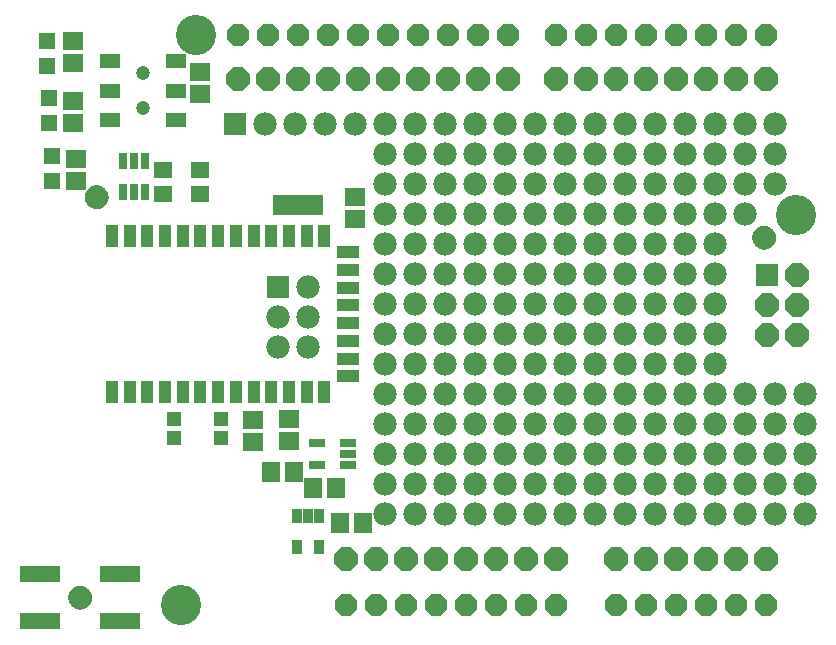
<source format=gbr>
G04 EAGLE Gerber RS-274X export*
G75*
%MOMM*%
%FSLAX34Y34*%
%LPD*%
%INSoldermask Top*%
%IPPOS*%
%AMOC8*
5,1,8,0,0,1.08239X$1,22.5*%
G01*
%ADD10C,3.403200*%
%ADD11R,1.103200X1.953200*%
%ADD12R,1.953200X1.103200*%
%ADD13R,1.703200X1.503200*%
%ADD14R,1.403200X0.753200*%
%ADD15R,1.203200X1.203200*%
%ADD16R,1.403200X1.403200*%
%ADD17R,1.503200X1.703200*%
%ADD18C,1.203200*%
%ADD19C,0.500000*%
%ADD20C,1.981200*%
%ADD21R,1.981200X1.981200*%
%ADD22R,4.200000X1.800000*%
%ADD23R,0.753200X1.403200*%
%ADD24R,1.503200X1.403200*%
%ADD25P,2.034460X8X22.500000*%
%ADD26P,2.144431X8X22.500000*%
%ADD27R,1.703200X1.203200*%
%ADD28P,2.144431X8X112.500000*%
%ADD29P,2.144431X8X292.500000*%
%ADD30R,3.403200X1.403200*%
%ADD31R,0.893200X1.193200*%


D10*
X660400Y355600D03*
X152400Y508000D03*
X139700Y25400D03*
D11*
X81470Y205780D03*
X96470Y205780D03*
X111470Y205780D03*
X126470Y205780D03*
X141470Y205780D03*
X156470Y205780D03*
X171470Y205780D03*
X186470Y205780D03*
X201470Y205780D03*
X216470Y205780D03*
X231470Y205780D03*
X246470Y205780D03*
X261470Y205780D03*
D12*
X280970Y219280D03*
X280970Y234280D03*
X280970Y249280D03*
X280970Y264280D03*
X280970Y279280D03*
X280970Y294280D03*
X280970Y309280D03*
X280970Y324280D03*
D11*
X261470Y337780D03*
X246470Y337780D03*
X231470Y337780D03*
X216470Y337780D03*
X201470Y337780D03*
X186470Y337780D03*
X171470Y337780D03*
X156470Y337780D03*
X141470Y337780D03*
X126470Y337780D03*
X111470Y337780D03*
X96470Y337780D03*
X81470Y337780D03*
D13*
X231140Y164490D03*
X231140Y183490D03*
D14*
X280971Y144170D03*
X280971Y153670D03*
X280971Y163170D03*
X254969Y163170D03*
X254969Y144170D03*
D15*
X133670Y167260D03*
X133670Y183260D03*
X173670Y183260D03*
X173670Y167260D03*
D16*
X30480Y384470D03*
X30480Y405470D03*
D13*
X50800Y403200D03*
X50800Y384200D03*
X200660Y182220D03*
X200660Y163220D03*
D17*
X235560Y138430D03*
X216560Y138430D03*
X293980Y95250D03*
X274980Y95250D03*
D18*
X54610Y31750D03*
D19*
X54610Y39250D02*
X54429Y39248D01*
X54248Y39241D01*
X54067Y39230D01*
X53886Y39215D01*
X53706Y39195D01*
X53526Y39171D01*
X53347Y39143D01*
X53169Y39110D01*
X52992Y39073D01*
X52815Y39032D01*
X52640Y38987D01*
X52465Y38937D01*
X52292Y38883D01*
X52121Y38825D01*
X51950Y38763D01*
X51782Y38696D01*
X51615Y38626D01*
X51449Y38552D01*
X51286Y38473D01*
X51125Y38391D01*
X50965Y38305D01*
X50808Y38215D01*
X50653Y38121D01*
X50500Y38024D01*
X50350Y37922D01*
X50202Y37818D01*
X50056Y37709D01*
X49914Y37598D01*
X49774Y37482D01*
X49637Y37364D01*
X49502Y37242D01*
X49371Y37117D01*
X49243Y36989D01*
X49118Y36858D01*
X48996Y36723D01*
X48878Y36586D01*
X48762Y36446D01*
X48651Y36304D01*
X48542Y36158D01*
X48438Y36010D01*
X48336Y35860D01*
X48239Y35707D01*
X48145Y35552D01*
X48055Y35395D01*
X47969Y35235D01*
X47887Y35074D01*
X47808Y34911D01*
X47734Y34745D01*
X47664Y34578D01*
X47597Y34410D01*
X47535Y34239D01*
X47477Y34068D01*
X47423Y33895D01*
X47373Y33720D01*
X47328Y33545D01*
X47287Y33368D01*
X47250Y33191D01*
X47217Y33013D01*
X47189Y32834D01*
X47165Y32654D01*
X47145Y32474D01*
X47130Y32293D01*
X47119Y32112D01*
X47112Y31931D01*
X47110Y31750D01*
X54610Y39250D02*
X54791Y39248D01*
X54972Y39241D01*
X55153Y39230D01*
X55334Y39215D01*
X55514Y39195D01*
X55694Y39171D01*
X55873Y39143D01*
X56051Y39110D01*
X56228Y39073D01*
X56405Y39032D01*
X56580Y38987D01*
X56755Y38937D01*
X56928Y38883D01*
X57099Y38825D01*
X57270Y38763D01*
X57438Y38696D01*
X57605Y38626D01*
X57771Y38552D01*
X57934Y38473D01*
X58095Y38391D01*
X58255Y38305D01*
X58412Y38215D01*
X58567Y38121D01*
X58720Y38024D01*
X58870Y37922D01*
X59018Y37818D01*
X59164Y37709D01*
X59306Y37598D01*
X59446Y37482D01*
X59583Y37364D01*
X59718Y37242D01*
X59849Y37117D01*
X59977Y36989D01*
X60102Y36858D01*
X60224Y36723D01*
X60342Y36586D01*
X60458Y36446D01*
X60569Y36304D01*
X60678Y36158D01*
X60782Y36010D01*
X60884Y35860D01*
X60981Y35707D01*
X61075Y35552D01*
X61165Y35395D01*
X61251Y35235D01*
X61333Y35074D01*
X61412Y34911D01*
X61486Y34745D01*
X61556Y34578D01*
X61623Y34410D01*
X61685Y34239D01*
X61743Y34068D01*
X61797Y33895D01*
X61847Y33720D01*
X61892Y33545D01*
X61933Y33368D01*
X61970Y33191D01*
X62003Y33013D01*
X62031Y32834D01*
X62055Y32654D01*
X62075Y32474D01*
X62090Y32293D01*
X62101Y32112D01*
X62108Y31931D01*
X62110Y31750D01*
X62108Y31569D01*
X62101Y31388D01*
X62090Y31207D01*
X62075Y31026D01*
X62055Y30846D01*
X62031Y30666D01*
X62003Y30487D01*
X61970Y30309D01*
X61933Y30132D01*
X61892Y29955D01*
X61847Y29780D01*
X61797Y29605D01*
X61743Y29432D01*
X61685Y29261D01*
X61623Y29090D01*
X61556Y28922D01*
X61486Y28755D01*
X61412Y28589D01*
X61333Y28426D01*
X61251Y28265D01*
X61165Y28105D01*
X61075Y27948D01*
X60981Y27793D01*
X60884Y27640D01*
X60782Y27490D01*
X60678Y27342D01*
X60569Y27196D01*
X60458Y27054D01*
X60342Y26914D01*
X60224Y26777D01*
X60102Y26642D01*
X59977Y26511D01*
X59849Y26383D01*
X59718Y26258D01*
X59583Y26136D01*
X59446Y26018D01*
X59306Y25902D01*
X59164Y25791D01*
X59018Y25682D01*
X58870Y25578D01*
X58720Y25476D01*
X58567Y25379D01*
X58412Y25285D01*
X58255Y25195D01*
X58095Y25109D01*
X57934Y25027D01*
X57771Y24948D01*
X57605Y24874D01*
X57438Y24804D01*
X57270Y24737D01*
X57099Y24675D01*
X56928Y24617D01*
X56755Y24563D01*
X56580Y24513D01*
X56405Y24468D01*
X56228Y24427D01*
X56051Y24390D01*
X55873Y24357D01*
X55694Y24329D01*
X55514Y24305D01*
X55334Y24285D01*
X55153Y24270D01*
X54972Y24259D01*
X54791Y24252D01*
X54610Y24250D01*
X54429Y24252D01*
X54248Y24259D01*
X54067Y24270D01*
X53886Y24285D01*
X53706Y24305D01*
X53526Y24329D01*
X53347Y24357D01*
X53169Y24390D01*
X52992Y24427D01*
X52815Y24468D01*
X52640Y24513D01*
X52465Y24563D01*
X52292Y24617D01*
X52121Y24675D01*
X51950Y24737D01*
X51782Y24804D01*
X51615Y24874D01*
X51449Y24948D01*
X51286Y25027D01*
X51125Y25109D01*
X50965Y25195D01*
X50808Y25285D01*
X50653Y25379D01*
X50500Y25476D01*
X50350Y25578D01*
X50202Y25682D01*
X50056Y25791D01*
X49914Y25902D01*
X49774Y26018D01*
X49637Y26136D01*
X49502Y26258D01*
X49371Y26383D01*
X49243Y26511D01*
X49118Y26642D01*
X48996Y26777D01*
X48878Y26914D01*
X48762Y27054D01*
X48651Y27196D01*
X48542Y27342D01*
X48438Y27490D01*
X48336Y27640D01*
X48239Y27793D01*
X48145Y27948D01*
X48055Y28105D01*
X47969Y28265D01*
X47887Y28426D01*
X47808Y28589D01*
X47734Y28755D01*
X47664Y28922D01*
X47597Y29090D01*
X47535Y29261D01*
X47477Y29432D01*
X47423Y29605D01*
X47373Y29780D01*
X47328Y29955D01*
X47287Y30132D01*
X47250Y30309D01*
X47217Y30487D01*
X47189Y30666D01*
X47165Y30846D01*
X47145Y31026D01*
X47130Y31207D01*
X47119Y31388D01*
X47112Y31569D01*
X47110Y31750D01*
D18*
X633730Y336550D03*
D19*
X633730Y344050D02*
X633549Y344048D01*
X633368Y344041D01*
X633187Y344030D01*
X633006Y344015D01*
X632826Y343995D01*
X632646Y343971D01*
X632467Y343943D01*
X632289Y343910D01*
X632112Y343873D01*
X631935Y343832D01*
X631760Y343787D01*
X631585Y343737D01*
X631412Y343683D01*
X631241Y343625D01*
X631070Y343563D01*
X630902Y343496D01*
X630735Y343426D01*
X630569Y343352D01*
X630406Y343273D01*
X630245Y343191D01*
X630085Y343105D01*
X629928Y343015D01*
X629773Y342921D01*
X629620Y342824D01*
X629470Y342722D01*
X629322Y342618D01*
X629176Y342509D01*
X629034Y342398D01*
X628894Y342282D01*
X628757Y342164D01*
X628622Y342042D01*
X628491Y341917D01*
X628363Y341789D01*
X628238Y341658D01*
X628116Y341523D01*
X627998Y341386D01*
X627882Y341246D01*
X627771Y341104D01*
X627662Y340958D01*
X627558Y340810D01*
X627456Y340660D01*
X627359Y340507D01*
X627265Y340352D01*
X627175Y340195D01*
X627089Y340035D01*
X627007Y339874D01*
X626928Y339711D01*
X626854Y339545D01*
X626784Y339378D01*
X626717Y339210D01*
X626655Y339039D01*
X626597Y338868D01*
X626543Y338695D01*
X626493Y338520D01*
X626448Y338345D01*
X626407Y338168D01*
X626370Y337991D01*
X626337Y337813D01*
X626309Y337634D01*
X626285Y337454D01*
X626265Y337274D01*
X626250Y337093D01*
X626239Y336912D01*
X626232Y336731D01*
X626230Y336550D01*
X633730Y344050D02*
X633911Y344048D01*
X634092Y344041D01*
X634273Y344030D01*
X634454Y344015D01*
X634634Y343995D01*
X634814Y343971D01*
X634993Y343943D01*
X635171Y343910D01*
X635348Y343873D01*
X635525Y343832D01*
X635700Y343787D01*
X635875Y343737D01*
X636048Y343683D01*
X636219Y343625D01*
X636390Y343563D01*
X636558Y343496D01*
X636725Y343426D01*
X636891Y343352D01*
X637054Y343273D01*
X637215Y343191D01*
X637375Y343105D01*
X637532Y343015D01*
X637687Y342921D01*
X637840Y342824D01*
X637990Y342722D01*
X638138Y342618D01*
X638284Y342509D01*
X638426Y342398D01*
X638566Y342282D01*
X638703Y342164D01*
X638838Y342042D01*
X638969Y341917D01*
X639097Y341789D01*
X639222Y341658D01*
X639344Y341523D01*
X639462Y341386D01*
X639578Y341246D01*
X639689Y341104D01*
X639798Y340958D01*
X639902Y340810D01*
X640004Y340660D01*
X640101Y340507D01*
X640195Y340352D01*
X640285Y340195D01*
X640371Y340035D01*
X640453Y339874D01*
X640532Y339711D01*
X640606Y339545D01*
X640676Y339378D01*
X640743Y339210D01*
X640805Y339039D01*
X640863Y338868D01*
X640917Y338695D01*
X640967Y338520D01*
X641012Y338345D01*
X641053Y338168D01*
X641090Y337991D01*
X641123Y337813D01*
X641151Y337634D01*
X641175Y337454D01*
X641195Y337274D01*
X641210Y337093D01*
X641221Y336912D01*
X641228Y336731D01*
X641230Y336550D01*
X641228Y336369D01*
X641221Y336188D01*
X641210Y336007D01*
X641195Y335826D01*
X641175Y335646D01*
X641151Y335466D01*
X641123Y335287D01*
X641090Y335109D01*
X641053Y334932D01*
X641012Y334755D01*
X640967Y334580D01*
X640917Y334405D01*
X640863Y334232D01*
X640805Y334061D01*
X640743Y333890D01*
X640676Y333722D01*
X640606Y333555D01*
X640532Y333389D01*
X640453Y333226D01*
X640371Y333065D01*
X640285Y332905D01*
X640195Y332748D01*
X640101Y332593D01*
X640004Y332440D01*
X639902Y332290D01*
X639798Y332142D01*
X639689Y331996D01*
X639578Y331854D01*
X639462Y331714D01*
X639344Y331577D01*
X639222Y331442D01*
X639097Y331311D01*
X638969Y331183D01*
X638838Y331058D01*
X638703Y330936D01*
X638566Y330818D01*
X638426Y330702D01*
X638284Y330591D01*
X638138Y330482D01*
X637990Y330378D01*
X637840Y330276D01*
X637687Y330179D01*
X637532Y330085D01*
X637375Y329995D01*
X637215Y329909D01*
X637054Y329827D01*
X636891Y329748D01*
X636725Y329674D01*
X636558Y329604D01*
X636390Y329537D01*
X636219Y329475D01*
X636048Y329417D01*
X635875Y329363D01*
X635700Y329313D01*
X635525Y329268D01*
X635348Y329227D01*
X635171Y329190D01*
X634993Y329157D01*
X634814Y329129D01*
X634634Y329105D01*
X634454Y329085D01*
X634273Y329070D01*
X634092Y329059D01*
X633911Y329052D01*
X633730Y329050D01*
X633549Y329052D01*
X633368Y329059D01*
X633187Y329070D01*
X633006Y329085D01*
X632826Y329105D01*
X632646Y329129D01*
X632467Y329157D01*
X632289Y329190D01*
X632112Y329227D01*
X631935Y329268D01*
X631760Y329313D01*
X631585Y329363D01*
X631412Y329417D01*
X631241Y329475D01*
X631070Y329537D01*
X630902Y329604D01*
X630735Y329674D01*
X630569Y329748D01*
X630406Y329827D01*
X630245Y329909D01*
X630085Y329995D01*
X629928Y330085D01*
X629773Y330179D01*
X629620Y330276D01*
X629470Y330378D01*
X629322Y330482D01*
X629176Y330591D01*
X629034Y330702D01*
X628894Y330818D01*
X628757Y330936D01*
X628622Y331058D01*
X628491Y331183D01*
X628363Y331311D01*
X628238Y331442D01*
X628116Y331577D01*
X627998Y331714D01*
X627882Y331854D01*
X627771Y331996D01*
X627662Y332142D01*
X627558Y332290D01*
X627456Y332440D01*
X627359Y332593D01*
X627265Y332748D01*
X627175Y332905D01*
X627089Y333065D01*
X627007Y333226D01*
X626928Y333389D01*
X626854Y333555D01*
X626784Y333722D01*
X626717Y333890D01*
X626655Y334061D01*
X626597Y334232D01*
X626543Y334405D01*
X626493Y334580D01*
X626448Y334755D01*
X626407Y334932D01*
X626370Y335109D01*
X626337Y335287D01*
X626309Y335466D01*
X626285Y335646D01*
X626265Y335826D01*
X626250Y336007D01*
X626239Y336188D01*
X626232Y336369D01*
X626230Y336550D01*
D18*
X68580Y370840D03*
D19*
X68580Y378340D02*
X68399Y378338D01*
X68218Y378331D01*
X68037Y378320D01*
X67856Y378305D01*
X67676Y378285D01*
X67496Y378261D01*
X67317Y378233D01*
X67139Y378200D01*
X66962Y378163D01*
X66785Y378122D01*
X66610Y378077D01*
X66435Y378027D01*
X66262Y377973D01*
X66091Y377915D01*
X65920Y377853D01*
X65752Y377786D01*
X65585Y377716D01*
X65419Y377642D01*
X65256Y377563D01*
X65095Y377481D01*
X64935Y377395D01*
X64778Y377305D01*
X64623Y377211D01*
X64470Y377114D01*
X64320Y377012D01*
X64172Y376908D01*
X64026Y376799D01*
X63884Y376688D01*
X63744Y376572D01*
X63607Y376454D01*
X63472Y376332D01*
X63341Y376207D01*
X63213Y376079D01*
X63088Y375948D01*
X62966Y375813D01*
X62848Y375676D01*
X62732Y375536D01*
X62621Y375394D01*
X62512Y375248D01*
X62408Y375100D01*
X62306Y374950D01*
X62209Y374797D01*
X62115Y374642D01*
X62025Y374485D01*
X61939Y374325D01*
X61857Y374164D01*
X61778Y374001D01*
X61704Y373835D01*
X61634Y373668D01*
X61567Y373500D01*
X61505Y373329D01*
X61447Y373158D01*
X61393Y372985D01*
X61343Y372810D01*
X61298Y372635D01*
X61257Y372458D01*
X61220Y372281D01*
X61187Y372103D01*
X61159Y371924D01*
X61135Y371744D01*
X61115Y371564D01*
X61100Y371383D01*
X61089Y371202D01*
X61082Y371021D01*
X61080Y370840D01*
X68580Y378340D02*
X68761Y378338D01*
X68942Y378331D01*
X69123Y378320D01*
X69304Y378305D01*
X69484Y378285D01*
X69664Y378261D01*
X69843Y378233D01*
X70021Y378200D01*
X70198Y378163D01*
X70375Y378122D01*
X70550Y378077D01*
X70725Y378027D01*
X70898Y377973D01*
X71069Y377915D01*
X71240Y377853D01*
X71408Y377786D01*
X71575Y377716D01*
X71741Y377642D01*
X71904Y377563D01*
X72065Y377481D01*
X72225Y377395D01*
X72382Y377305D01*
X72537Y377211D01*
X72690Y377114D01*
X72840Y377012D01*
X72988Y376908D01*
X73134Y376799D01*
X73276Y376688D01*
X73416Y376572D01*
X73553Y376454D01*
X73688Y376332D01*
X73819Y376207D01*
X73947Y376079D01*
X74072Y375948D01*
X74194Y375813D01*
X74312Y375676D01*
X74428Y375536D01*
X74539Y375394D01*
X74648Y375248D01*
X74752Y375100D01*
X74854Y374950D01*
X74951Y374797D01*
X75045Y374642D01*
X75135Y374485D01*
X75221Y374325D01*
X75303Y374164D01*
X75382Y374001D01*
X75456Y373835D01*
X75526Y373668D01*
X75593Y373500D01*
X75655Y373329D01*
X75713Y373158D01*
X75767Y372985D01*
X75817Y372810D01*
X75862Y372635D01*
X75903Y372458D01*
X75940Y372281D01*
X75973Y372103D01*
X76001Y371924D01*
X76025Y371744D01*
X76045Y371564D01*
X76060Y371383D01*
X76071Y371202D01*
X76078Y371021D01*
X76080Y370840D01*
X76078Y370659D01*
X76071Y370478D01*
X76060Y370297D01*
X76045Y370116D01*
X76025Y369936D01*
X76001Y369756D01*
X75973Y369577D01*
X75940Y369399D01*
X75903Y369222D01*
X75862Y369045D01*
X75817Y368870D01*
X75767Y368695D01*
X75713Y368522D01*
X75655Y368351D01*
X75593Y368180D01*
X75526Y368012D01*
X75456Y367845D01*
X75382Y367679D01*
X75303Y367516D01*
X75221Y367355D01*
X75135Y367195D01*
X75045Y367038D01*
X74951Y366883D01*
X74854Y366730D01*
X74752Y366580D01*
X74648Y366432D01*
X74539Y366286D01*
X74428Y366144D01*
X74312Y366004D01*
X74194Y365867D01*
X74072Y365732D01*
X73947Y365601D01*
X73819Y365473D01*
X73688Y365348D01*
X73553Y365226D01*
X73416Y365108D01*
X73276Y364992D01*
X73134Y364881D01*
X72988Y364772D01*
X72840Y364668D01*
X72690Y364566D01*
X72537Y364469D01*
X72382Y364375D01*
X72225Y364285D01*
X72065Y364199D01*
X71904Y364117D01*
X71741Y364038D01*
X71575Y363964D01*
X71408Y363894D01*
X71240Y363827D01*
X71069Y363765D01*
X70898Y363707D01*
X70725Y363653D01*
X70550Y363603D01*
X70375Y363558D01*
X70198Y363517D01*
X70021Y363480D01*
X69843Y363447D01*
X69664Y363419D01*
X69484Y363395D01*
X69304Y363375D01*
X69123Y363360D01*
X68942Y363349D01*
X68761Y363342D01*
X68580Y363340D01*
X68399Y363342D01*
X68218Y363349D01*
X68037Y363360D01*
X67856Y363375D01*
X67676Y363395D01*
X67496Y363419D01*
X67317Y363447D01*
X67139Y363480D01*
X66962Y363517D01*
X66785Y363558D01*
X66610Y363603D01*
X66435Y363653D01*
X66262Y363707D01*
X66091Y363765D01*
X65920Y363827D01*
X65752Y363894D01*
X65585Y363964D01*
X65419Y364038D01*
X65256Y364117D01*
X65095Y364199D01*
X64935Y364285D01*
X64778Y364375D01*
X64623Y364469D01*
X64470Y364566D01*
X64320Y364668D01*
X64172Y364772D01*
X64026Y364881D01*
X63884Y364992D01*
X63744Y365108D01*
X63607Y365226D01*
X63472Y365348D01*
X63341Y365473D01*
X63213Y365601D01*
X63088Y365732D01*
X62966Y365867D01*
X62848Y366004D01*
X62732Y366144D01*
X62621Y366286D01*
X62512Y366432D01*
X62408Y366580D01*
X62306Y366730D01*
X62209Y366883D01*
X62115Y367038D01*
X62025Y367195D01*
X61939Y367355D01*
X61857Y367516D01*
X61778Y367679D01*
X61704Y367845D01*
X61634Y368012D01*
X61567Y368180D01*
X61505Y368351D01*
X61447Y368522D01*
X61393Y368695D01*
X61343Y368870D01*
X61298Y369045D01*
X61257Y369222D01*
X61220Y369399D01*
X61187Y369577D01*
X61159Y369756D01*
X61135Y369936D01*
X61115Y370116D01*
X61100Y370297D01*
X61089Y370478D01*
X61082Y370659D01*
X61080Y370840D01*
D13*
X48260Y433730D03*
X48260Y452730D03*
D16*
X27940Y455000D03*
X27940Y434000D03*
D13*
X48260Y503530D03*
X48260Y484530D03*
D16*
X26670Y482260D03*
X26670Y503260D03*
D20*
X247650Y294640D03*
X247650Y269240D03*
X247650Y243840D03*
D21*
X222250Y294640D03*
D20*
X222250Y269240D03*
X222250Y243840D03*
D22*
X238760Y364490D03*
D23*
X90830Y375620D03*
X100330Y375620D03*
X109830Y375620D03*
X109830Y401620D03*
X100330Y401620D03*
X90830Y401620D03*
D24*
X124460Y393700D03*
X124460Y373380D03*
D25*
X533400Y508000D03*
X508000Y25400D03*
X558800Y508000D03*
X584200Y508000D03*
X609600Y508000D03*
X635000Y508000D03*
X508000Y508000D03*
X482600Y508000D03*
X457200Y508000D03*
X416560Y508000D03*
X391160Y508000D03*
X365760Y508000D03*
X340360Y508000D03*
X314960Y508000D03*
X289560Y508000D03*
X264160Y508000D03*
X238760Y508000D03*
X533400Y25400D03*
X558800Y25400D03*
X584200Y25400D03*
X609600Y25400D03*
X635000Y25400D03*
X457200Y25400D03*
X431800Y25400D03*
X406400Y25400D03*
X381000Y25400D03*
X355600Y25400D03*
X330200Y25400D03*
X213360Y508000D03*
X187960Y508000D03*
X304800Y25400D03*
X279400Y25400D03*
D26*
X661670Y279400D03*
X636270Y279400D03*
D21*
X636270Y304800D03*
D26*
X661670Y304800D03*
X661670Y254000D03*
X636270Y254000D03*
D13*
X287020Y352450D03*
X287020Y371450D03*
D27*
X79950Y436010D03*
X79950Y461010D03*
X79950Y486010D03*
X135950Y486010D03*
X135950Y461010D03*
X135950Y436010D03*
D18*
X107950Y476010D03*
X107950Y446010D03*
D24*
X156210Y373380D03*
X156210Y393700D03*
D28*
X457200Y471170D03*
X482600Y471170D03*
X508000Y471170D03*
X533400Y471170D03*
X558800Y471170D03*
X584200Y471170D03*
X609600Y471170D03*
X635000Y471170D03*
D29*
X457200Y64770D03*
X431800Y64770D03*
X406400Y64770D03*
X381000Y64770D03*
X355600Y64770D03*
X330200Y64770D03*
X304800Y64770D03*
X279400Y64770D03*
X635000Y64770D03*
X609600Y64770D03*
X584200Y64770D03*
X558800Y64770D03*
X533400Y64770D03*
X508000Y64770D03*
D28*
X187960Y471170D03*
X213360Y471170D03*
X238760Y471170D03*
X264160Y471170D03*
X289560Y471170D03*
X314960Y471170D03*
X340360Y471170D03*
X365760Y471170D03*
X391160Y471170D03*
X416560Y471170D03*
D21*
X185420Y433070D03*
D20*
X210820Y433070D03*
X236220Y433070D03*
X261620Y433070D03*
X287020Y433070D03*
D30*
X88610Y11750D03*
X20610Y11750D03*
X20610Y51750D03*
X88610Y51750D03*
D17*
X271120Y124460D03*
X252120Y124460D03*
D13*
X156210Y457860D03*
X156210Y476860D03*
D31*
X257150Y100530D03*
X247650Y100530D03*
X238150Y100530D03*
X238150Y74630D03*
X257150Y74630D03*
D20*
X591820Y433070D03*
X591820Y407670D03*
X591820Y382270D03*
X591820Y356870D03*
X591820Y331470D03*
X591820Y306070D03*
X591820Y280670D03*
X591820Y255270D03*
X591820Y229870D03*
X591820Y204470D03*
X591820Y153670D03*
X591820Y179070D03*
X591820Y128270D03*
X591820Y102870D03*
X617220Y102870D03*
X642620Y102870D03*
X642620Y128270D03*
X617220Y128270D03*
X617220Y153670D03*
X668020Y153670D03*
X668020Y128270D03*
X668020Y102870D03*
X642620Y153670D03*
X668020Y179070D03*
X642620Y179070D03*
X617220Y179070D03*
X617220Y204470D03*
X642620Y204470D03*
X668020Y204470D03*
X617220Y356870D03*
X617220Y382270D03*
X642620Y382270D03*
X642620Y407670D03*
X617220Y407670D03*
X617220Y433070D03*
X642620Y433070D03*
X566420Y433070D03*
X566420Y407670D03*
X566420Y382270D03*
X566420Y356870D03*
X566420Y306070D03*
X566420Y331470D03*
X566420Y280670D03*
X566420Y255270D03*
X566420Y229870D03*
X566420Y204470D03*
X566420Y179070D03*
X566420Y153670D03*
X566420Y128270D03*
X566420Y102870D03*
X541020Y102870D03*
X515620Y102870D03*
X515620Y128270D03*
X541020Y128270D03*
X541020Y153670D03*
X515620Y153670D03*
X515620Y179070D03*
X541020Y179070D03*
X541020Y204470D03*
X515620Y204470D03*
X515620Y229870D03*
X541020Y229870D03*
X541020Y255270D03*
X515620Y255270D03*
X515620Y280670D03*
X541020Y280670D03*
X541020Y306070D03*
X515620Y306070D03*
X515620Y331470D03*
X541020Y331470D03*
X541020Y356870D03*
X515620Y356870D03*
X515620Y382270D03*
X541020Y382270D03*
X541020Y407670D03*
X515620Y407670D03*
X515620Y433070D03*
X541020Y433070D03*
X490220Y433070D03*
X490220Y407670D03*
X490220Y382270D03*
X490220Y356870D03*
X490220Y331470D03*
X490220Y280670D03*
X490220Y306070D03*
X490220Y255270D03*
X490220Y229870D03*
X490220Y179070D03*
X490220Y153670D03*
X490220Y128270D03*
X490220Y102870D03*
X490220Y204470D03*
X464820Y102870D03*
X464820Y128270D03*
X464820Y153670D03*
X464820Y179070D03*
X464820Y204470D03*
X464820Y229870D03*
X464820Y255270D03*
X464820Y280670D03*
X464820Y306070D03*
X464820Y331470D03*
X464820Y356870D03*
X464820Y382270D03*
X464820Y407670D03*
X464820Y433070D03*
X439420Y433070D03*
X439420Y407670D03*
X439420Y382270D03*
X439420Y356870D03*
X439420Y331470D03*
X439420Y306070D03*
X439420Y280670D03*
X439420Y255270D03*
X439420Y229870D03*
X439420Y179070D03*
X439420Y204470D03*
X439420Y153670D03*
X439420Y128270D03*
X439420Y102870D03*
X414020Y102870D03*
X414020Y128270D03*
X414020Y153670D03*
X414020Y179070D03*
X414020Y204470D03*
X414020Y229870D03*
X414020Y255270D03*
X414020Y280670D03*
X414020Y306070D03*
X414020Y331470D03*
X414020Y356870D03*
X414020Y382270D03*
X414020Y407670D03*
X414020Y433070D03*
X388620Y433070D03*
X363220Y433070D03*
X337820Y433070D03*
X312420Y433070D03*
X312420Y407670D03*
X312420Y382270D03*
X312420Y356870D03*
X312420Y331470D03*
X312420Y306070D03*
X312420Y280670D03*
X312420Y255270D03*
X312420Y229870D03*
X312420Y204470D03*
X312420Y179070D03*
X312420Y153670D03*
X312420Y128270D03*
X312420Y102870D03*
X337820Y102870D03*
X337820Y128270D03*
X363220Y102870D03*
X388620Y102870D03*
X388620Y128270D03*
X363220Y128270D03*
X337820Y153670D03*
X363220Y153670D03*
X388620Y153670D03*
X388620Y179070D03*
X363220Y179070D03*
X337820Y179070D03*
X337820Y204470D03*
X363220Y204470D03*
X388620Y204470D03*
X388620Y229870D03*
X363220Y229870D03*
X337820Y229870D03*
X337820Y255270D03*
X363220Y255270D03*
X388620Y255270D03*
X388620Y280670D03*
X363220Y280670D03*
X337820Y280670D03*
X337820Y306070D03*
X337820Y331470D03*
X337820Y356870D03*
X337820Y382270D03*
X337820Y407670D03*
X363220Y407670D03*
X388620Y407670D03*
X388620Y382270D03*
X363220Y382270D03*
X363220Y356870D03*
X388620Y306070D03*
X388620Y356870D03*
X388620Y331470D03*
X363220Y331470D03*
X363220Y306070D03*
M02*

</source>
